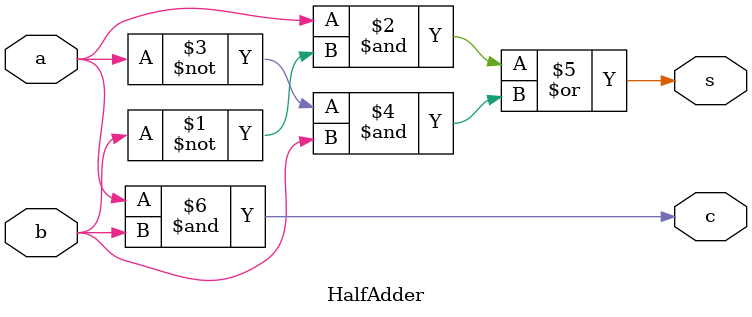
<source format=v>
`timescale 1ns / 1ps
module HalfAdder(
		input a,
		input b,
		output s,
		output c
    );

	assign s = (a & ~b) | (~a & b);
	assign c = a & b;

endmodule

</source>
